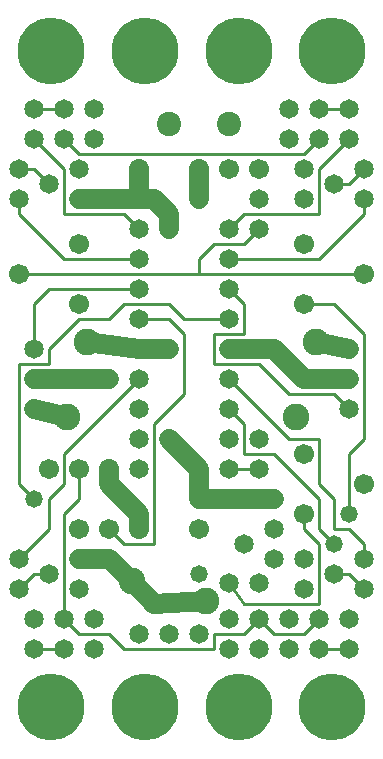
<source format=gbl>
%MOIN*%
%FSLAX25Y25*%
G04 D10 used for Character Trace; *
G04     Circle (OD=.01000) (No hole)*
G04 D11 used for Power Trace; *
G04     Circle (OD=.06700) (No hole)*
G04 D12 used for Signal Trace; *
G04     Circle (OD=.01100) (No hole)*
G04 D13 used for Via; *
G04     Circle (OD=.05800) (Round. Hole ID=.02800)*
G04 D14 used for Component hole; *
G04     Circle (OD=.06500) (Round. Hole ID=.03500)*
G04 D15 used for Component hole; *
G04     Circle (OD=.06700) (Round. Hole ID=.04300)*
G04 D16 used for Component hole; *
G04     Circle (OD=.08100) (Round. Hole ID=.05100)*
G04 D17 used for Component hole; *
G04     Circle (OD=.08900) (Round. Hole ID=.05900)*
G04 D18 used for Component hole; *
G04     Circle (OD=.11300) (Round. Hole ID=.08300)*
G04 D19 used for Component hole; *
G04     Circle (OD=.16000) (Round. Hole ID=.13000)*
G04 D20 used for Component hole; *
G04     Circle (OD=.18300) (Round. Hole ID=.15300)*
G04 D21 used for Component hole; *
G04     Circle (OD=.22291) (Round. Hole ID=.19291)*
%ADD10C,.01000*%
%ADD11C,.06700*%
%ADD12C,.01100*%
%ADD13C,.05800*%
%ADD14C,.06500*%
%ADD15C,.06700*%
%ADD16C,.08100*%
%ADD17C,.08900*%
%ADD18C,.11300*%
%ADD19C,.16000*%
%ADD20C,.18300*%
%ADD21C,.22291*%
%IPPOS*%
%LPD*%
G90*X0Y0D02*D21*X15625Y15625D03*D14*              
X30000Y35000D03*X20000D03*D12*X10000D01*D14*D03*  
X20000Y45000D03*D12*X25000Y40000D01*X35000D01*    
X40000Y35000D01*X70000D01*Y40000D01*X80000D01*    
X85000Y45000D01*D14*D03*D12*X90000Y40000D01*      
X100000D01*X105000Y45000D01*D14*D03*D12*          
X80000Y50000D02*X105000D01*X80000D02*             
X75000Y57000D01*D14*D03*D13*X65000Y60000D03*D14*  
X85000Y57000D03*X75000Y45000D03*D17*              
X67400Y51000D03*D11*X50000Y50000D01*              
X42600Y57700D01*D17*D03*D11*X35000Y65000D01*      
X25000D01*D14*D03*D15*X35000Y75000D03*D12*        
X40000Y70000D01*X50000D01*Y110000D01*             
X60000Y120000D01*Y140000D01*X55000Y145000D01*     
X45000D01*D14*D03*D12*X35000D02*X40000Y150000D01* 
X25000Y145000D02*X35000D01*X15000Y135000D02*      
X25000Y145000D01*X15000Y130000D02*Y135000D01*     
X5000Y130000D02*X15000D01*X5000Y90000D02*         
Y130000D01*X10000Y85000D02*X5000Y90000D01*D13*    
X10000Y85000D03*D12*X15000Y75000D02*Y85000D01*    
X5000Y65000D02*X15000Y75000D01*D14*X5000Y65000D03*
D12*Y55000D02*X10000Y60000D01*D14*X5000Y55000D03* 
D12*X10000Y60000D02*X15000D01*D14*D03*            
X25000Y55000D03*X30000Y45000D03*D15*              
X25000Y75000D03*D14*X10000Y45000D03*D12*X20000D02*
Y80000D01*X25000Y85000D01*Y95000D01*D15*D03*D12*  
X20000Y90000D02*Y100000D01*X15000Y85000D02*       
X20000Y90000D01*D15*X15000Y95000D03*D12*          
X20000Y100000D02*X45000Y125000D01*D14*D03*D13*    
X55000Y135000D03*D11*X45000D01*D14*D03*D11*       
X27700Y137400D01*D17*D03*D13*X35000Y125000D03*D11*
X10000D01*D14*D03*D17*X21000Y112600D03*D11*       
X10000Y115000D01*D14*D03*Y135000D03*D12*          
Y150000D01*X15000Y155000D01*X45000D01*D14*D03*D12*
X40000Y150000D02*X55000D01*X60000Y145000D01*      
X75000D01*D14*D03*D12*X70000Y140000D02*X80000D01* 
X70000Y130000D02*Y140000D01*Y130000D02*X85000D01* 
X95000Y120000D01*X110000D01*X115000Y115000D01*D14*
D03*D12*X105000Y90000D02*Y105000D01*              
X110000Y85000D02*X105000Y90000D01*                
X110000Y75000D02*Y85000D01*Y75000D02*X115000D01*  
X120000Y70000D01*Y65000D01*D14*D03*D12*Y55000D02* 
X115000Y60000D01*D14*X120000Y55000D03*D12*        
X110000Y60000D02*X115000D01*D14*X110000D03*       
X100000Y65000D03*D12*X105000Y50000D02*Y70000D01*  
X100000Y75000D01*Y80000D01*D15*D03*D12*           
X110000Y70000D02*X105000Y75000D01*D13*            
X110000Y70000D03*D12*X105000Y75000D02*Y85000D01*  
X90000Y100000D01*X80000D01*Y110000D01*            
X75000Y115000D01*D14*D03*X85000Y105000D03*        
X75000Y125000D03*D12*X95000Y105000D01*X105000D01* 
D15*X100000Y100000D03*D12*X115000Y80000D02*       
Y100000D01*D13*Y80000D03*D15*X120000Y90000D03*D12*
X115000Y100000D02*X120000Y105000D01*Y140000D01*   
X110000Y150000D01*X100000D01*D15*D03*D14*         
X115000Y135000D03*D11*X104000Y137400D01*D17*D03*  
D14*X115000Y125000D03*D11*X100000D01*             
X90000Y135000D01*X75000D01*D14*D03*D12*           
X80000Y140000D02*Y150000D01*X75000Y155000D01*D14* 
D03*D12*X65000Y160000D02*Y165000D01*              
X5000Y160000D02*X65000D01*D15*X5000D03*D12*       
X20000Y165000D02*X45000D01*D14*D03*D13*           
X55000Y175000D03*D11*Y180000D01*X50000Y185000D01* 
X45000D01*D14*D03*D11*X25000D01*D14*D03*D12*      
X20000Y180000D02*X40000D01*X45000Y175000D01*D14*  
D03*D11*Y185000D02*Y195000D01*D15*D03*D16*        
X55000Y210000D03*D14*X30000Y205000D03*            
X65000Y185000D03*D11*Y195000D01*D15*D03*X75000D03*
D12*Y175000D02*X80000Y180000D01*D14*              
X75000Y175000D03*D12*X70000Y170000D02*X80000D01*  
X65000Y165000D02*X70000Y170000D01*                
X65000Y160000D02*X120000D01*D15*D03*D12*          
X75000Y165000D02*X105000D01*D14*X75000D03*D12*    
X80000Y170000D02*X85000Y175000D01*D14*D03*D12*    
X80000Y180000D02*X105000D01*Y195000D01*           
X115000Y205000D01*D14*D03*X105000Y215000D03*D12*  
X115000D01*D14*D03*X105000Y205000D03*D12*         
X100000Y200000D01*X25000D01*X20000Y205000D01*D14* 
D03*X30000Y215000D03*X10000D03*D12*X20000D01*D14* 
D03*X10000Y205000D03*D12*X20000Y195000D01*        
Y180000D01*D14*X15000Y190000D03*D12*              
X10000Y195000D01*X5000D01*D14*D03*Y185000D03*D12* 
Y180000D01*X20000Y165000D01*D15*X25000Y170000D03* 
Y150000D03*D14*Y195000D03*X45000Y115000D03*D16*   
X75000Y210000D03*D14*X45000Y105000D03*D13*        
X55000D03*D11*X65000Y95000D01*Y85000D01*D13*D03*  
D11*X90000D01*D13*D03*D14*Y75000D03*              
X85000Y95000D03*D12*X75000D01*D14*D03*Y105000D03* 
D15*X65000Y75000D03*D14*X80000Y70000D03*D17*      
X97300Y112600D03*D14*X45000Y95000D03*D11*         
Y75000D02*Y80000D01*D15*Y75000D03*D11*Y80000D02*  
X35000Y90000D01*Y95000D01*D15*D03*D14*            
X90000Y65000D03*X45000Y40000D03*X55000D03*        
X65000D03*X95000Y35000D03*Y45000D03*              
X75000Y35000D03*X85000D03*X100000Y55000D03*D12*   
X105000Y165000D02*X120000Y180000D01*Y185000D01*   
D14*D03*D12*X110000Y190000D02*X115000D01*D14*     
X110000D03*D12*X115000D02*X120000Y195000D01*D14*  
D03*X100000D03*Y185000D03*X95000Y215000D03*D15*   
X100000Y170000D03*D14*X95000Y205000D03*D15*       
X85000Y195000D03*D14*Y185000D03*D21*              
X78125Y234375D03*X109375D03*X46875D03*X15625D03*  
D14*X115000Y45000D03*X105000Y35000D03*D12*        
X115000D01*D14*D03*D21*X109375Y15625D03*X78125D03*
X46875D03*M02*                                    

</source>
